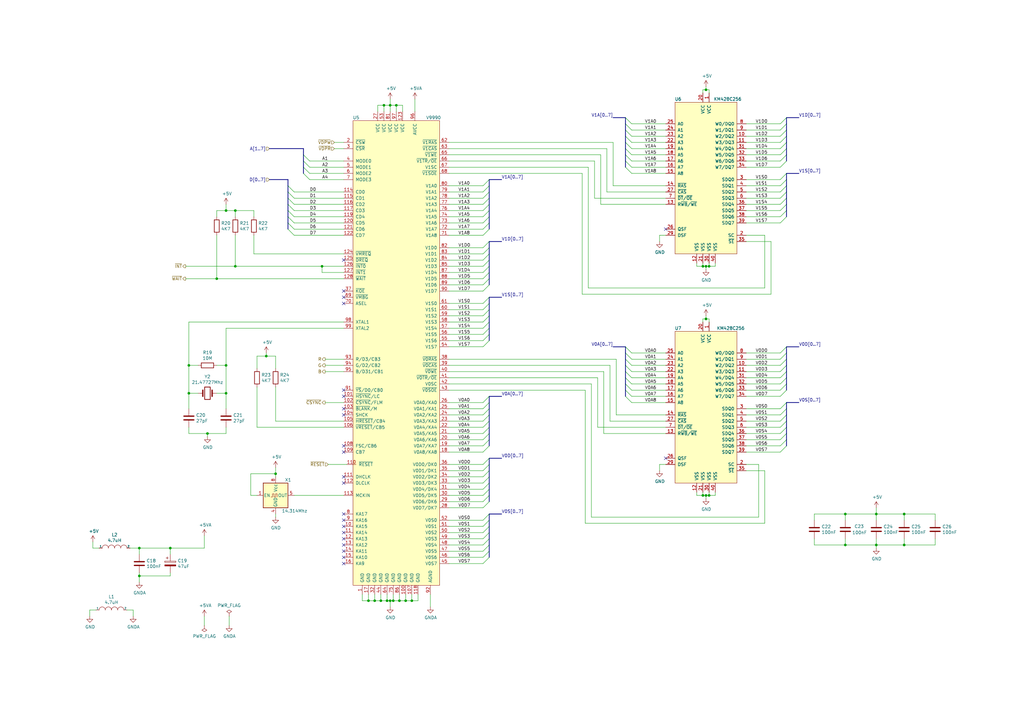
<source format=kicad_sch>
(kicad_sch (version 20231120) (generator "eeschema") (generator_version "8.0")
  (paper "A3")
  (junction (at 289.56 203.2))
  (junction (at 156.21 246.38))
  (junction (at 69.85 224.79))
  (junction (at 168.91 246.38))
  (junction (at 96.52 86.36))
  (junction (at 370.84 210.82))
  (junction (at 153.67 246.38))
  (junction (at 88.9 114.3))
  (junction (at 92.71 149.86))
  (junction (at 77.47 149.86))
  (junction (at 289.56 109.22))
  (junction (at 85.09 177.8))
  (junction (at 346.71 210.82))
  (junction (at 151.13 246.38))
  (junction (at 288.29 203.2))
  (junction (at 92.71 86.36))
  (junction (at 161.29 246.38))
  (junction (at 158.75 246.38))
  (junction (at 77.47 161.29))
  (junction (at 157.48 43.18))
  (junction (at 290.83 203.2))
  (junction (at 96.52 109.22))
  (junction (at 160.02 246.38))
  (junction (at 92.71 161.29))
  (junction (at 359.41 223.52))
  (junction (at 289.56 36.83))
  (junction (at 166.37 246.38))
  (junction (at 57.15 236.22))
  (junction (at 288.29 109.22))
  (junction (at 57.15 224.79))
  (junction (at 113.03 194.31))
  (junction (at 346.71 223.52))
  (junction (at 359.41 210.82))
  (junction (at 370.84 223.52))
  (junction (at 290.83 109.22))
  (junction (at 289.56 130.81))
  (junction (at 109.22 146.05))
  (junction (at 163.83 246.38))
  (junction (at 160.02 43.18))
  (junction (at 162.56 43.18))
  (junction (at 132.08 109.22))
  (no_connect (at 140.97 231.14))
  (no_connect (at 140.97 119.38))
  (no_connect (at 140.97 182.88))
  (no_connect (at 140.97 185.42))
  (no_connect (at 140.97 215.9))
  (no_connect (at 273.05 93.98))
  (no_connect (at 140.97 198.12))
  (no_connect (at 140.97 167.64))
  (no_connect (at 273.05 187.96))
  (no_connect (at 140.97 213.36))
  (no_connect (at 140.97 223.52))
  (no_connect (at 140.97 121.92))
  (no_connect (at 140.97 226.06))
  (no_connect (at 140.97 210.82))
  (no_connect (at 140.97 160.02))
  (no_connect (at 140.97 124.46))
  (no_connect (at 140.97 220.98))
  (no_connect (at 140.97 218.44))
  (no_connect (at 140.97 162.56))
  (no_connect (at 140.97 170.18))
  (no_connect (at 140.97 195.58))
  (no_connect (at 140.97 228.6))
  (no_connect (at 140.97 106.68))
  (bus_entry (at 322.58 83.82) (size -2.54 2.54))
  (bus_entry (at 200.66 187.96) (size -2.54 2.54))
  (bus_entry (at 200.66 106.68) (size -2.54 2.54))
  (bus_entry (at 322.58 177.8) (size -2.54 2.54))
  (bus_entry (at 200.66 132.08) (size -2.54 2.54))
  (bus_entry (at 322.58 66.04) (size -2.54 2.54))
  (bus_entry (at 322.58 154.94) (size -2.54 2.54))
  (bus_entry (at 322.58 73.66) (size -2.54 2.54))
  (bus_entry (at 322.58 60.96) (size -2.54 2.54))
  (bus_entry (at 322.58 180.34) (size -2.54 2.54))
  (bus_entry (at 200.66 180.34) (size -2.54 2.54))
  (bus_entry (at 256.54 55.88) (size 2.54 2.54))
  (bus_entry (at 200.66 114.3) (size -2.54 2.54))
  (bus_entry (at 322.58 50.8) (size -2.54 2.54))
  (bus_entry (at 200.66 205.74) (size -2.54 2.54))
  (bus_entry (at 256.54 48.26) (size 2.54 2.54))
  (bus_entry (at 256.54 162.56) (size 2.54 2.54))
  (bus_entry (at 200.66 195.58) (size -2.54 2.54))
  (bus_entry (at 200.66 121.92) (size -2.54 2.54))
  (bus_entry (at 200.66 109.22) (size -2.54 2.54))
  (bus_entry (at 256.54 154.94) (size 2.54 2.54))
  (bus_entry (at 256.54 60.96) (size 2.54 2.54))
  (bus_entry (at 124.46 63.5) (size 2.54 2.54))
  (bus_entry (at 200.66 93.98) (size -2.54 2.54))
  (bus_entry (at 200.66 78.74) (size -2.54 2.54))
  (bus_entry (at 200.66 218.44) (size -2.54 2.54))
  (bus_entry (at 200.66 137.16) (size -2.54 2.54))
  (bus_entry (at 200.66 177.8) (size -2.54 2.54))
  (bus_entry (at 200.66 88.9) (size -2.54 2.54))
  (bus_entry (at 256.54 147.32) (size 2.54 2.54))
  (bus_entry (at 118.11 93.98) (size 2.54 2.54))
  (bus_entry (at 118.11 81.28) (size 2.54 2.54))
  (bus_entry (at 200.66 170.18) (size -2.54 2.54))
  (bus_entry (at 200.66 203.2) (size -2.54 2.54))
  (bus_entry (at 256.54 142.24) (size 2.54 2.54))
  (bus_entry (at 118.11 88.9) (size 2.54 2.54))
  (bus_entry (at 322.58 149.86) (size -2.54 2.54))
  (bus_entry (at 124.46 66.04) (size 2.54 2.54))
  (bus_entry (at 322.58 53.34) (size -2.54 2.54))
  (bus_entry (at 200.66 228.6) (size -2.54 2.54))
  (bus_entry (at 322.58 182.88) (size -2.54 2.54))
  (bus_entry (at 200.66 83.82) (size -2.54 2.54))
  (bus_entry (at 200.66 86.36) (size -2.54 2.54))
  (bus_entry (at 322.58 142.24) (size -2.54 2.54))
  (bus_entry (at 200.66 139.7) (size -2.54 2.54))
  (bus_entry (at 256.54 157.48) (size 2.54 2.54))
  (bus_entry (at 322.58 157.48) (size -2.54 2.54))
  (bus_entry (at 124.46 68.58) (size 2.54 2.54))
  (bus_entry (at 200.66 210.82) (size -2.54 2.54))
  (bus_entry (at 118.11 78.74) (size 2.54 2.54))
  (bus_entry (at 322.58 76.2) (size -2.54 2.54))
  (bus_entry (at 256.54 152.4) (size 2.54 2.54))
  (bus_entry (at 200.66 167.64) (size -2.54 2.54))
  (bus_entry (at 200.66 104.14) (size -2.54 2.54))
  (bus_entry (at 322.58 175.26) (size -2.54 2.54))
  (bus_entry (at 200.66 73.66) (size -2.54 2.54))
  (bus_entry (at 256.54 58.42) (size 2.54 2.54))
  (bus_entry (at 256.54 63.5) (size 2.54 2.54))
  (bus_entry (at 256.54 68.58) (size 2.54 2.54))
  (bus_entry (at 200.66 162.56) (size -2.54 2.54))
  (bus_entry (at 200.66 190.5) (size -2.54 2.54))
  (bus_entry (at 322.58 48.26) (size -2.54 2.54))
  (bus_entry (at 200.66 91.44) (size -2.54 2.54))
  (bus_entry (at 200.66 101.6) (size -2.54 2.54))
  (bus_entry (at 200.66 76.2) (size -2.54 2.54))
  (bus_entry (at 200.66 124.46) (size -2.54 2.54))
  (bus_entry (at 322.58 170.18) (size -2.54 2.54))
  (bus_entry (at 200.66 175.26) (size -2.54 2.54))
  (bus_entry (at 200.66 172.72) (size -2.54 2.54))
  (bus_entry (at 124.46 71.12) (size 2.54 2.54))
  (bus_entry (at 322.58 58.42) (size -2.54 2.54))
  (bus_entry (at 200.66 165.1) (size -2.54 2.54))
  (bus_entry (at 256.54 144.78) (size 2.54 2.54))
  (bus_entry (at 200.66 182.88) (size -2.54 2.54))
  (bus_entry (at 256.54 50.8) (size 2.54 2.54))
  (bus_entry (at 322.58 55.88) (size -2.54 2.54))
  (bus_entry (at 322.58 172.72) (size -2.54 2.54))
  (bus_entry (at 200.66 220.98) (size -2.54 2.54))
  (bus_entry (at 200.66 223.52) (size -2.54 2.54))
  (bus_entry (at 200.66 129.54) (size -2.54 2.54))
  (bus_entry (at 200.66 116.84) (size -2.54 2.54))
  (bus_entry (at 200.66 200.66) (size -2.54 2.54))
  (bus_entry (at 322.58 86.36) (size -2.54 2.54))
  (bus_entry (at 322.58 81.28) (size -2.54 2.54))
  (bus_entry (at 118.11 76.2) (size 2.54 2.54))
  (bus_entry (at 118.11 86.36) (size 2.54 2.54))
  (bus_entry (at 322.58 165.1) (size -2.54 2.54))
  (bus_entry (at 200.66 134.62) (size -2.54 2.54))
  (bus_entry (at 200.66 111.76) (size -2.54 2.54))
  (bus_entry (at 256.54 149.86) (size 2.54 2.54))
  (bus_entry (at 322.58 88.9) (size -2.54 2.54))
  (bus_entry (at 322.58 167.64) (size -2.54 2.54))
  (bus_entry (at 256.54 66.04) (size 2.54 2.54))
  (bus_entry (at 200.66 215.9) (size -2.54 2.54))
  (bus_entry (at 200.66 193.04) (size -2.54 2.54))
  (bus_entry (at 200.66 226.06) (size -2.54 2.54))
  (bus_entry (at 200.66 198.12) (size -2.54 2.54))
  (bus_entry (at 118.11 83.82) (size 2.54 2.54))
  (bus_entry (at 118.11 91.44) (size 2.54 2.54))
  (bus_entry (at 256.54 160.02) (size 2.54 2.54))
  (bus_entry (at 322.58 152.4) (size -2.54 2.54))
  (bus_entry (at 322.58 71.12) (size -2.54 2.54))
  (bus_entry (at 200.66 99.06) (size -2.54 2.54))
  (bus_entry (at 322.58 144.78) (size -2.54 2.54))
  (bus_entry (at 322.58 160.02) (size -2.54 2.54))
  (bus_entry (at 322.58 63.5) (size -2.54 2.54))
  (bus_entry (at 322.58 147.32) (size -2.54 2.54))
  (bus_entry (at 200.66 127) (size -2.54 2.54))
  (bus_entry (at 200.66 213.36) (size -2.54 2.54))
  (bus_entry (at 200.66 81.28) (size -2.54 2.54))
  (bus_entry (at 256.54 53.34) (size 2.54 2.54))
  (bus_entry (at 322.58 78.74) (size -2.54 2.54))
  (wire (pts (xy 92.71 149.86) (xy 92.71 161.29)))
  (wire (pts (xy 290.83 107.95) (xy 290.83 109.22)))
  (bus (pts (xy 124.46 63.5) (xy 124.46 66.04)))
  (bus (pts (xy 200.66 223.52) (xy 200.66 226.06)))
  (wire (pts (xy 77.47 161.29) (xy 77.47 167.64)))
  (wire (pts (xy 77.47 177.8) (xy 85.09 177.8)))
  (wire (pts (xy 57.15 224.79) (xy 57.15 227.33)))
  (wire (pts (xy 290.83 130.81) (xy 290.83 132.08)))
  (wire (pts (xy 88.9 149.86) (xy 92.71 149.86)))
  (wire (pts (xy 140.97 93.98) (xy 120.65 93.98)))
  (wire (pts (xy 246.38 83.82) (xy 273.05 83.82)))
  (wire (pts (xy 92.71 83.82) (xy 92.71 86.36)))
  (bus (pts (xy 322.58 142.24) (xy 322.58 144.78)))
  (bus (pts (xy 256.54 48.26) (xy 251.46 48.26)))
  (bus (pts (xy 256.54 66.04) (xy 256.54 68.58)))
  (wire (pts (xy 320.04 175.26) (xy 306.07 175.26)))
  (wire (pts (xy 198.12 83.82) (xy 184.15 83.82)))
  (wire (pts (xy 102.87 194.31) (xy 113.03 194.31)))
  (wire (pts (xy 198.12 104.14) (xy 184.15 104.14)))
  (wire (pts (xy 113.03 191.77) (xy 113.03 194.31)))
  (bus (pts (xy 322.58 172.72) (xy 322.58 175.26)))
  (wire (pts (xy 151.13 246.38) (xy 148.59 246.38)))
  (wire (pts (xy 370.84 223.52) (xy 383.54 223.52)))
  (wire (pts (xy 259.08 152.4) (xy 273.05 152.4)))
  (wire (pts (xy 259.08 55.88) (xy 273.05 55.88)))
  (wire (pts (xy 242.57 157.48) (xy 242.57 212.09)))
  (wire (pts (xy 96.52 86.36) (xy 96.52 88.9)))
  (bus (pts (xy 322.58 58.42) (xy 322.58 60.96)))
  (wire (pts (xy 198.12 137.16) (xy 184.15 137.16)))
  (wire (pts (xy 198.12 124.46) (xy 184.15 124.46)))
  (wire (pts (xy 77.47 175.26) (xy 77.47 177.8)))
  (bus (pts (xy 200.66 88.9) (xy 200.66 91.44)))
  (wire (pts (xy 140.97 73.66) (xy 127 73.66)))
  (wire (pts (xy 77.47 149.86) (xy 77.47 132.08)))
  (wire (pts (xy 157.48 45.72) (xy 157.48 43.18)))
  (wire (pts (xy 198.12 180.34) (xy 184.15 180.34)))
  (wire (pts (xy 184.15 154.94) (xy 245.11 154.94)))
  (wire (pts (xy 198.12 81.28) (xy 184.15 81.28)))
  (wire (pts (xy 288.29 107.95) (xy 288.29 109.22)))
  (wire (pts (xy 198.12 127) (xy 184.15 127)))
  (wire (pts (xy 133.35 149.86) (xy 140.97 149.86)))
  (wire (pts (xy 198.12 76.2) (xy 184.15 76.2)))
  (bus (pts (xy 200.66 170.18) (xy 200.66 172.72)))
  (wire (pts (xy 259.08 60.96) (xy 273.05 60.96)))
  (bus (pts (xy 200.66 215.9) (xy 200.66 218.44)))
  (wire (pts (xy 96.52 86.36) (xy 92.71 86.36)))
  (bus (pts (xy 118.11 73.66) (xy 110.49 73.66)))
  (wire (pts (xy 140.97 147.32) (xy 133.35 147.32)))
  (wire (pts (xy 243.84 81.28) (xy 273.05 81.28)))
  (wire (pts (xy 270.51 96.52) (xy 270.51 99.06)))
  (bus (pts (xy 118.11 83.82) (xy 118.11 86.36)))
  (bus (pts (xy 124.46 68.58) (xy 124.46 71.12)))
  (wire (pts (xy 311.15 212.09) (xy 311.15 190.5)))
  (wire (pts (xy 320.04 78.74) (xy 306.07 78.74)))
  (wire (pts (xy 359.41 224.79) (xy 359.41 223.52)))
  (wire (pts (xy 320.04 149.86) (xy 306.07 149.86)))
  (bus (pts (xy 200.66 129.54) (xy 200.66 132.08)))
  (wire (pts (xy 168.91 246.38) (xy 166.37 246.38)))
  (wire (pts (xy 104.14 86.36) (xy 96.52 86.36)))
  (bus (pts (xy 200.66 101.6) (xy 200.66 104.14)))
  (wire (pts (xy 36.83 250.19) (xy 36.83 252.73)))
  (bus (pts (xy 322.58 53.34) (xy 322.58 55.88)))
  (wire (pts (xy 198.12 190.5) (xy 184.15 190.5)))
  (bus (pts (xy 118.11 86.36) (xy 118.11 88.9)))
  (wire (pts (xy 198.12 132.08) (xy 184.15 132.08)))
  (bus (pts (xy 200.66 99.06) (xy 205.74 99.06)))
  (wire (pts (xy 247.65 152.4) (xy 247.65 177.8)))
  (wire (pts (xy 104.14 88.9) (xy 104.14 86.36)))
  (wire (pts (xy 320.04 177.8) (xy 306.07 177.8)))
  (wire (pts (xy 198.12 165.1) (xy 184.15 165.1)))
  (bus (pts (xy 322.58 60.96) (xy 322.58 63.5)))
  (wire (pts (xy 334.01 210.82) (xy 346.71 210.82)))
  (wire (pts (xy 198.12 213.36) (xy 184.15 213.36)))
  (wire (pts (xy 346.71 223.52) (xy 359.41 223.52)))
  (wire (pts (xy 311.15 190.5) (xy 306.07 190.5)))
  (wire (pts (xy 154.94 43.18) (xy 154.94 45.72)))
  (wire (pts (xy 198.12 182.88) (xy 184.15 182.88)))
  (bus (pts (xy 200.66 195.58) (xy 200.66 198.12)))
  (wire (pts (xy 288.29 109.22) (xy 289.56 109.22)))
  (wire (pts (xy 198.12 119.38) (xy 184.15 119.38)))
  (wire (pts (xy 198.12 175.26) (xy 184.15 175.26)))
  (wire (pts (xy 346.71 210.82) (xy 359.41 210.82)))
  (wire (pts (xy 132.08 109.22) (xy 132.08 111.76)))
  (bus (pts (xy 256.54 160.02) (xy 256.54 162.56)))
  (wire (pts (xy 184.15 66.04) (xy 243.84 66.04)))
  (bus (pts (xy 322.58 81.28) (xy 322.58 83.82)))
  (bus (pts (xy 200.66 99.06) (xy 200.66 101.6)))
  (wire (pts (xy 383.54 213.36) (xy 383.54 210.82)))
  (wire (pts (xy 69.85 224.79) (xy 83.82 224.79)))
  (wire (pts (xy 140.97 134.62) (xy 92.71 134.62)))
  (wire (pts (xy 251.46 76.2) (xy 273.05 76.2)))
  (wire (pts (xy 105.41 175.26) (xy 105.41 158.75)))
  (bus (pts (xy 200.66 78.74) (xy 200.66 81.28)))
  (bus (pts (xy 200.66 193.04) (xy 200.66 195.58)))
  (wire (pts (xy 320.04 154.94) (xy 306.07 154.94)))
  (wire (pts (xy 140.97 58.42) (xy 137.16 58.42)))
  (wire (pts (xy 240.03 214.63) (xy 313.69 214.63)))
  (bus (pts (xy 322.58 175.26) (xy 322.58 177.8)))
  (wire (pts (xy 104.14 104.14) (xy 104.14 96.52)))
  (bus (pts (xy 200.66 203.2) (xy 200.66 205.74)))
  (wire (pts (xy 285.75 109.22) (xy 288.29 109.22)))
  (bus (pts (xy 200.66 137.16) (xy 200.66 139.7)))
  (bus (pts (xy 200.66 109.22) (xy 200.66 111.76)))
  (wire (pts (xy 259.08 71.12) (xy 273.05 71.12)))
  (wire (pts (xy 313.69 193.04) (xy 306.07 193.04)))
  (wire (pts (xy 198.12 101.6) (xy 184.15 101.6)))
  (wire (pts (xy 88.9 161.29) (xy 92.71 161.29)))
  (bus (pts (xy 322.58 73.66) (xy 322.58 76.2)))
  (bus (pts (xy 200.66 187.96) (xy 205.74 187.96)))
  (wire (pts (xy 383.54 223.52) (xy 383.54 220.98)))
  (bus (pts (xy 200.66 162.56) (xy 200.66 165.1)))
  (wire (pts (xy 153.67 246.38) (xy 151.13 246.38)))
  (bus (pts (xy 322.58 63.5) (xy 322.58 66.04)))
  (bus (pts (xy 322.58 86.36) (xy 322.58 88.9)))
  (wire (pts (xy 92.71 86.36) (xy 88.9 86.36)))
  (wire (pts (xy 140.97 86.36) (xy 120.65 86.36)))
  (wire (pts (xy 38.1 222.25) (xy 38.1 224.79)))
  (bus (pts (xy 322.58 50.8) (xy 322.58 53.34)))
  (wire (pts (xy 140.97 104.14) (xy 104.14 104.14)))
  (wire (pts (xy 170.18 40.64) (xy 170.18 45.72)))
  (wire (pts (xy 346.71 213.36) (xy 346.71 210.82)))
  (wire (pts (xy 88.9 114.3) (xy 140.97 114.3)))
  (wire (pts (xy 198.12 226.06) (xy 184.15 226.06)))
  (wire (pts (xy 370.84 210.82) (xy 370.84 213.36)))
  (wire (pts (xy 109.22 146.05) (xy 105.41 146.05)))
  (bus (pts (xy 322.58 147.32) (xy 322.58 149.86)))
  (wire (pts (xy 252.73 170.18) (xy 273.05 170.18)))
  (wire (pts (xy 198.12 88.9) (xy 184.15 88.9)))
  (wire (pts (xy 140.97 152.4) (xy 133.35 152.4)))
  (bus (pts (xy 256.54 60.96) (xy 256.54 63.5)))
  (bus (pts (xy 256.54 63.5) (xy 256.54 66.04)))
  (bus (pts (xy 118.11 81.28) (xy 118.11 83.82)))
  (wire (pts (xy 316.23 99.06) (xy 306.07 99.06)))
  (bus (pts (xy 118.11 91.44) (xy 118.11 93.98)))
  (bus (pts (xy 200.66 218.44) (xy 200.66 220.98)))
  (wire (pts (xy 134.62 190.5) (xy 142.24 190.5)))
  (wire (pts (xy 156.21 246.38) (xy 153.67 246.38)))
  (wire (pts (xy 198.12 167.64) (xy 184.15 167.64)))
  (bus (pts (xy 322.58 71.12) (xy 327.66 71.12)))
  (wire (pts (xy 320.04 185.42) (xy 306.07 185.42)))
  (wire (pts (xy 241.3 68.58) (xy 241.3 118.11)))
  (wire (pts (xy 313.69 96.52) (xy 306.07 96.52)))
  (wire (pts (xy 238.76 120.65) (xy 316.23 120.65)))
  (wire (pts (xy 288.29 132.08) (xy 288.29 130.81)))
  (wire (pts (xy 158.75 243.84) (xy 158.75 246.38)))
  (wire (pts (xy 313.69 118.11) (xy 313.69 96.52)))
  (bus (pts (xy 256.54 142.24) (xy 251.46 142.24)))
  (wire (pts (xy 259.08 157.48) (xy 273.05 157.48)))
  (wire (pts (xy 246.38 63.5) (xy 246.38 83.82)))
  (wire (pts (xy 198.12 208.28) (xy 184.15 208.28)))
  (wire (pts (xy 57.15 236.22) (xy 69.85 236.22)))
  (wire (pts (xy 290.83 109.22) (xy 293.37 109.22)))
  (wire (pts (xy 198.12 106.68) (xy 184.15 106.68)))
  (bus (pts (xy 200.66 210.82) (xy 205.74 210.82)))
  (bus (pts (xy 256.54 154.94) (xy 256.54 157.48)))
  (wire (pts (xy 162.56 43.18) (xy 160.02 43.18)))
  (bus (pts (xy 200.66 73.66) (xy 205.74 73.66)))
  (wire (pts (xy 198.12 142.24) (xy 184.15 142.24)))
  (wire (pts (xy 184.15 149.86) (xy 250.19 149.86)))
  (wire (pts (xy 140.97 109.22) (xy 132.08 109.22)))
  (wire (pts (xy 113.03 172.72) (xy 113.03 158.75)))
  (wire (pts (xy 198.12 86.36) (xy 184.15 86.36)))
  (wire (pts (xy 92.71 177.8) (xy 92.71 175.26)))
  (wire (pts (xy 259.08 154.94) (xy 273.05 154.94)))
  (wire (pts (xy 166.37 243.84) (xy 166.37 246.38)))
  (wire (pts (xy 320.04 60.96) (xy 306.07 60.96)))
  (wire (pts (xy 320.04 50.8) (xy 306.07 50.8)))
  (wire (pts (xy 359.41 223.52) (xy 370.84 223.52)))
  (wire (pts (xy 290.83 36.83) (xy 290.83 38.1)))
  (wire (pts (xy 273.05 78.74) (xy 248.92 78.74)))
  (bus (pts (xy 322.58 154.94) (xy 322.58 157.48)))
  (wire (pts (xy 140.97 78.74) (xy 120.65 78.74)))
  (wire (pts (xy 198.12 218.44) (xy 184.15 218.44)))
  (bus (pts (xy 322.58 177.8) (xy 322.58 180.34)))
  (wire (pts (xy 293.37 203.2) (xy 293.37 201.93)))
  (wire (pts (xy 57.15 234.95) (xy 57.15 236.22)))
  (wire (pts (xy 38.1 224.79) (xy 40.64 224.79)))
  (bus (pts (xy 200.66 172.72) (xy 200.66 175.26)))
  (bus (pts (xy 118.11 76.2) (xy 118.11 78.74)))
  (bus (pts (xy 118.11 73.66) (xy 118.11 76.2)))
  (wire (pts (xy 198.12 78.74) (xy 184.15 78.74)))
  (wire (pts (xy 158.75 246.38) (xy 156.21 246.38)))
  (bus (pts (xy 322.58 170.18) (xy 322.58 172.72)))
  (wire (pts (xy 320.04 91.44) (xy 306.07 91.44)))
  (wire (pts (xy 148.59 246.38) (xy 148.59 243.84)))
  (wire (pts (xy 259.08 53.34) (xy 273.05 53.34)))
  (bus (pts (xy 118.11 78.74) (xy 118.11 81.28)))
  (wire (pts (xy 120.65 203.2) (xy 140.97 203.2)))
  (wire (pts (xy 198.12 185.42) (xy 184.15 185.42)))
  (wire (pts (xy 57.15 224.79) (xy 69.85 224.79)))
  (bus (pts (xy 322.58 180.34) (xy 322.58 182.88)))
  (bus (pts (xy 256.54 53.34) (xy 256.54 55.88)))
  (wire (pts (xy 140.97 68.58) (xy 127 68.58)))
  (wire (pts (xy 184.15 152.4) (xy 247.65 152.4)))
  (wire (pts (xy 198.12 231.14) (xy 184.15 231.14)))
  (wire (pts (xy 198.12 109.22) (xy 184.15 109.22)))
  (wire (pts (xy 140.97 88.9) (xy 120.65 88.9)))
  (wire (pts (xy 113.03 194.31) (xy 113.03 195.58)))
  (wire (pts (xy 92.71 134.62) (xy 92.71 149.86)))
  (wire (pts (xy 81.28 161.29) (xy 77.47 161.29)))
  (wire (pts (xy 198.12 139.7) (xy 184.15 139.7)))
  (wire (pts (xy 251.46 58.42) (xy 251.46 76.2)))
  (bus (pts (xy 256.54 48.26) (xy 256.54 50.8)))
  (wire (pts (xy 320.04 172.72) (xy 306.07 172.72)))
  (wire (pts (xy 184.15 157.48) (xy 242.57 157.48)))
  (wire (pts (xy 69.85 227.33) (xy 69.85 224.79)))
  (wire (pts (xy 198.12 215.9) (xy 184.15 215.9)))
  (wire (pts (xy 198.12 220.98) (xy 184.15 220.98)))
  (wire (pts (xy 132.08 109.22) (xy 96.52 109.22)))
  (wire (pts (xy 316.23 120.65) (xy 316.23 99.06)))
  (wire (pts (xy 320.04 147.32) (xy 306.07 147.32)))
  (wire (pts (xy 238.76 71.12) (xy 238.76 120.65)))
  (wire (pts (xy 289.56 110.49) (xy 289.56 109.22)))
  (wire (pts (xy 140.97 96.52) (xy 120.65 96.52)))
  (bus (pts (xy 256.54 152.4) (xy 256.54 154.94)))
  (wire (pts (xy 320.04 167.64) (xy 306.07 167.64)))
  (wire (pts (xy 198.12 177.8) (xy 184.15 177.8)))
  (bus (pts (xy 124.46 66.04) (xy 124.46 68.58)))
  (bus (pts (xy 322.58 165.1) (xy 327.66 165.1)))
  (wire (pts (xy 85.09 179.07) (xy 85.09 177.8)))
  (wire (pts (xy 81.28 149.86) (xy 77.47 149.86)))
  (bus (pts (xy 200.66 91.44) (xy 200.66 93.98)))
  (wire (pts (xy 320.04 152.4) (xy 306.07 152.4)))
  (wire (pts (xy 153.67 243.84) (xy 153.67 246.38)))
  (bus (pts (xy 256.54 58.42) (xy 256.54 60.96)))
  (wire (pts (xy 198.12 129.54) (xy 184.15 129.54)))
  (wire (pts (xy 320.04 180.34) (xy 306.07 180.34)))
  (wire (pts (xy 259.08 63.5) (xy 273.05 63.5)))
  (bus (pts (xy 200.66 200.66) (xy 200.66 203.2)))
  (wire (pts (xy 288.29 36.83) (xy 289.56 36.83)))
  (wire (pts (xy 198.12 111.76) (xy 184.15 111.76)))
  (bus (pts (xy 322.58 48.26) (xy 327.66 48.26)))
  (wire (pts (xy 289.56 35.56) (xy 289.56 36.83)))
  (bus (pts (xy 256.54 55.88) (xy 256.54 58.42)))
  (wire (pts (xy 320.04 55.88) (xy 306.07 55.88)))
  (wire (pts (xy 105.41 146.05) (xy 105.41 151.13)))
  (wire (pts (xy 140.97 172.72) (xy 113.03 172.72)))
  (wire (pts (xy 247.65 177.8) (xy 273.05 177.8)))
  (wire (pts (xy 320.04 53.34) (xy 306.07 53.34)))
  (wire (pts (xy 184.15 147.32) (xy 252.73 147.32)))
  (wire (pts (xy 359.41 213.36) (xy 359.41 210.82)))
  (bus (pts (xy 256.54 50.8) (xy 256.54 53.34)))
  (bus (pts (xy 200.66 104.14) (xy 200.66 106.68)))
  (bus (pts (xy 200.66 187.96) (xy 200.66 190.5)))
  (bus (pts (xy 200.66 165.1) (xy 200.66 167.64)))
  (wire (pts (xy 166.37 246.38) (xy 163.83 246.38)))
  (bus (pts (xy 322.58 76.2) (xy 322.58 78.74)))
  (wire (pts (xy 96.52 109.22) (xy 96.52 96.52)))
  (wire (pts (xy 184.15 68.58) (xy 241.3 68.58)))
  (wire (pts (xy 289.56 129.54) (xy 289.56 130.81)))
  (wire (pts (xy 165.1 43.18) (xy 162.56 43.18)))
  (bus (pts (xy 124.46 60.96) (xy 110.49 60.96)))
  (wire (pts (xy 370.84 210.82) (xy 383.54 210.82)))
  (wire (pts (xy 162.56 45.72) (xy 162.56 43.18)))
  (wire (pts (xy 259.08 165.1) (xy 273.05 165.1)))
  (bus (pts (xy 200.66 190.5) (xy 200.66 193.04)))
  (wire (pts (xy 151.13 243.84) (xy 151.13 246.38)))
  (bus (pts (xy 322.58 167.64) (xy 322.58 170.18)))
  (bus (pts (xy 200.66 134.62) (xy 200.66 137.16)))
  (bus (pts (xy 200.66 127) (xy 200.66 129.54)))
  (wire (pts (xy 140.97 66.04) (xy 127 66.04)))
  (wire (pts (xy 289.56 203.2) (xy 290.83 203.2)))
  (bus (pts (xy 322.58 55.88) (xy 322.58 58.42)))
  (bus (pts (xy 322.58 78.74) (xy 322.58 81.28)))
  (wire (pts (xy 259.08 162.56) (xy 273.05 162.56)))
  (wire (pts (xy 320.04 170.18) (xy 306.07 170.18)))
  (bus (pts (xy 200.66 121.92) (xy 200.66 124.46)))
  (bus (pts (xy 200.66 124.46) (xy 200.66 127)))
  (bus (pts (xy 200.66 220.98) (xy 200.66 223.52)))
  (bus (pts (xy 200.66 73.66) (xy 200.66 76.2)))
  (wire (pts (xy 245.11 175.26) (xy 273.05 175.26)))
  (wire (pts (xy 105.41 203.2) (xy 102.87 203.2)))
  (bus (pts (xy 200.66 114.3) (xy 200.66 116.84)))
  (wire (pts (xy 248.92 60.96) (xy 184.15 60.96)))
  (wire (pts (xy 259.08 160.02) (xy 273.05 160.02)))
  (wire (pts (xy 198.12 96.52) (xy 184.15 96.52)))
  (bus (pts (xy 256.54 144.78) (xy 256.54 147.32)))
  (wire (pts (xy 198.12 116.84) (xy 184.15 116.84)))
  (bus (pts (xy 200.66 213.36) (xy 200.66 215.9)))
  (wire (pts (xy 57.15 236.22) (xy 57.15 238.76)))
  (wire (pts (xy 359.41 210.82) (xy 370.84 210.82)))
  (wire (pts (xy 156.21 243.84) (xy 156.21 246.38)))
  (wire (pts (xy 140.97 91.44) (xy 120.65 91.44)))
  (wire (pts (xy 165.1 45.72) (xy 165.1 43.18)))
  (wire (pts (xy 289.56 204.47) (xy 289.56 203.2)))
  (wire (pts (xy 163.83 243.84) (xy 163.83 246.38)))
  (wire (pts (xy 320.04 144.78) (xy 306.07 144.78)))
  (wire (pts (xy 259.08 144.78) (xy 273.05 144.78)))
  (wire (pts (xy 359.41 220.98) (xy 359.41 223.52)))
  (bus (pts (xy 200.66 167.64) (xy 200.66 170.18)))
  (wire (pts (xy 320.04 88.9) (xy 306.07 88.9)))
  (wire (pts (xy 273.05 190.5) (xy 270.51 190.5)))
  (wire (pts (xy 198.12 203.2) (xy 184.15 203.2)))
  (wire (pts (xy 241.3 118.11) (xy 313.69 118.11)))
  (wire (pts (xy 85.09 177.8) (xy 92.71 177.8)))
  (bus (pts (xy 200.66 162.56) (xy 205.74 162.56)))
  (wire (pts (xy 113.03 146.05) (xy 109.22 146.05)))
  (wire (pts (xy 184.15 160.02) (xy 240.03 160.02)))
  (wire (pts (xy 334.01 223.52) (xy 346.71 223.52)))
  (wire (pts (xy 184.15 71.12) (xy 238.76 71.12)))
  (bus (pts (xy 124.46 60.96) (xy 124.46 63.5)))
  (wire (pts (xy 161.29 243.84) (xy 161.29 246.38)))
  (wire (pts (xy 154.94 43.18) (xy 157.48 43.18)))
  (wire (pts (xy 77.47 132.08) (xy 140.97 132.08)))
  (wire (pts (xy 113.03 146.05) (xy 113.03 151.13)))
  (wire (pts (xy 39.37 250.19) (xy 36.83 250.19)))
  (wire (pts (xy 198.12 91.44) (xy 184.15 91.44)))
  (wire (pts (xy 288.29 201.93) (xy 288.29 203.2)))
  (wire (pts (xy 288.29 203.2) (xy 289.56 203.2)))
  (wire (pts (xy 198.12 114.3) (xy 184.15 114.3)))
  (wire (pts (xy 160.02 248.92) (xy 160.02 246.38)))
  (wire (pts (xy 240.03 160.02) (xy 240.03 214.63)))
  (wire (pts (xy 290.83 203.2) (xy 290.83 201.93)))
  (bus (pts (xy 322.58 48.26) (xy 322.58 50.8)))
  (wire (pts (xy 198.12 195.58) (xy 184.15 195.58)))
  (bus (pts (xy 200.66 111.76) (xy 200.66 114.3)))
  (wire (pts (xy 252.73 147.32) (xy 252.73 170.18)))
  (wire (pts (xy 54.61 250.19) (xy 52.07 250.19)))
  (bus (pts (xy 200.66 83.82) (xy 200.66 86.36)))
  (wire (pts (xy 160.02 43.18) (xy 160.02 40.64)))
  (wire (pts (xy 133.35 165.1) (xy 140.97 165.1)))
  (bus (pts (xy 118.11 88.9) (xy 118.11 91.44)))
  (wire (pts (xy 171.45 246.38) (xy 168.91 246.38)))
  (wire (pts (xy 320.04 157.48) (xy 306.07 157.48)))
  (wire (pts (xy 285.75 201.93) (xy 285.75 203.2)))
  (wire (pts (xy 285.75 203.2) (xy 288.29 203.2)))
  (wire (pts (xy 88.9 86.36) (xy 88.9 88.9)))
  (bus (pts (xy 322.58 157.48) (xy 322.58 160.02)))
  (wire (pts (xy 198.12 93.98) (xy 184.15 93.98)))
  (wire (pts (xy 313.69 214.63) (xy 313.69 193.04)))
  (wire (pts (xy 83.82 252.73) (xy 83.82 256.54)))
  (bus (pts (xy 200.66 132.08) (xy 200.66 134.62)))
  (wire (pts (xy 259.08 68.58) (xy 273.05 68.58)))
  (wire (pts (xy 184.15 58.42) (xy 251.46 58.42)))
  (wire (pts (xy 54.61 252.73) (xy 54.61 250.19)))
  (wire (pts (xy 288.29 130.81) (xy 289.56 130.81)))
  (wire (pts (xy 137.16 60.96) (xy 140.97 60.96)))
  (wire (pts (xy 320.04 83.82) (xy 306.07 83.82)))
  (wire (pts (xy 320.04 162.56) (xy 306.07 162.56)))
  (wire (pts (xy 320.04 81.28) (xy 306.07 81.28)))
  (wire (pts (xy 184.15 63.5) (xy 246.38 63.5)))
  (bus (pts (xy 200.66 76.2) (xy 200.66 78.74)))
  (wire (pts (xy 243.84 66.04) (xy 243.84 81.28)))
  (wire (pts (xy 320.04 160.02) (xy 306.07 160.02)))
  (wire (pts (xy 140.97 81.28) (xy 120.65 81.28)))
  (bus (pts (xy 256.54 157.48) (xy 256.54 160.02)))
  (wire (pts (xy 290.83 203.2) (xy 293.37 203.2)))
  (wire (pts (xy 359.41 210.82) (xy 359.41 208.28)))
  (wire (pts (xy 346.71 220.98) (xy 346.71 223.52)))
  (wire (pts (xy 285.75 107.95) (xy 285.75 109.22)))
  (bus (pts (xy 322.58 149.86) (xy 322.58 152.4)))
  (wire (pts (xy 160.02 246.38) (xy 158.75 246.38)))
  (wire (pts (xy 259.08 66.04) (xy 273.05 66.04)))
  (wire (pts (xy 320.04 68.58) (xy 306.07 68.58)))
  (bus (pts (xy 256.54 142.24) (xy 256.54 144.78)))
  (wire (pts (xy 270.51 190.5) (xy 270.51 193.04)))
  (wire (pts (xy 334.01 223.52) (xy 334.01 220.98)))
  (bus (pts (xy 200.66 106.68) (xy 200.66 109.22)))
  (wire (pts (xy 176.53 248.92) (xy 176.53 243.84)))
  (wire (pts (xy 93.98 256.54) (xy 93.98 252.73)))
  (bus (pts (xy 256.54 149.86) (xy 256.54 152.4)))
  (wire (pts (xy 320.04 76.2) (xy 306.07 76.2)))
  (wire (pts (xy 157.48 43.18) (xy 160.02 43.18)))
  (wire (pts (xy 198.12 200.66) (xy 184.15 200.66)))
  (wire (pts (xy 171.45 243.84) (xy 171.45 246.38)))
  (wire (pts (xy 320.04 73.66) (xy 306.07 73.66)))
  (wire (pts (xy 76.2 109.22) (xy 96.52 109.22)))
  (bus (pts (xy 200.66 81.28) (xy 200.66 83.82)))
  (wire (pts (xy 76.2 114.3) (xy 88.9 114.3)))
  (bus (pts (xy 200.66 86.36) (xy 200.66 88.9)))
  (bus (pts (xy 200.66 175.26) (xy 200.66 177.8)))
  (wire (pts (xy 198.12 228.6) (xy 184.15 228.6)))
  (wire (pts (xy 320.04 58.42) (xy 306.07 58.42)))
  (wire (pts (xy 77.47 161.29) (xy 77.47 149.86)))
  (wire (pts (xy 259.08 149.86) (xy 273.05 149.86)))
  (wire (pts (xy 83.82 224.79) (xy 83.82 219.71)))
  (wire (pts (xy 293.37 109.22) (xy 293.37 107.95)))
  (bus (pts (xy 322.58 142.24) (xy 327.66 142.24)))
  (wire (pts (xy 289.56 130.81) (xy 290.83 130.81)))
  (wire (pts (xy 88.9 96.52) (xy 88.9 114.3)))
  (wire (pts (xy 113.03 212.09) (xy 113.03 210.82)))
  (wire (pts (xy 259.08 50.8) (xy 273.05 50.8)))
  (wire (pts (xy 160.02 45.72) (xy 160.02 43.18)))
  (wire (pts (xy 242.57 212.09) (xy 311.15 212.09)))
  (wire (pts (xy 198.12 170.18) (xy 184.15 170.18)))
  (wire (pts (xy 69.85 236.22) (xy 69.85 234.95)))
  (wire (pts (xy 320.04 63.5) (xy 306.07 63.5)))
  (wire (pts (xy 102.87 203.2) (xy 102.87 194.31)))
  (wire (pts (xy 140.97 111.76) (xy 132.08 111.76)))
  (bus (pts (xy 256.54 147.32) (xy 256.54 149.86)))
  (wire (pts (xy 273.05 96.52) (xy 270.51 96.52)))
  (wire (pts (xy 140.97 71.12) (xy 127 71.12)))
  (wire (pts (xy 109.22 144.78) (xy 109.22 146.05)))
  (wire (pts (xy 370.84 223.52) (xy 370.84 220.98)))
  (wire (pts (xy 161.29 246.38) (xy 160.02 246.38)))
  (bus (pts (xy 322.58 165.1) (xy 322.58 167.64)))
  (bus (pts (xy 322.58 83.82) (xy 322.58 86.36)))
  (bus (pts (xy 200.66 198.12) (xy 200.66 200.66)))
  (wire (pts (xy 140.97 83.82) (xy 120.65 83.82)))
  (wire (pts (xy 250.19 149.86) (xy 250.19 172.72)))
  (wire (pts (xy 259.08 58.42) (xy 273.05 58.42)))
  (wire (pts (xy 92.71 161.29) (xy 92.71 167.64)))
  (wire (pts (xy 320.04 86.36) (xy 306.07 86.36)))
  (wire (pts (xy 198.12 134.62) (xy 184.15 134.62)))
  (wire (pts (xy 198.12 193.04) (xy 184.15 193.04)))
  (wire (pts (xy 245.11 154.94) (xy 245.11 175.26)))
  (wire (pts (xy 288.29 38.1) (xy 288.29 36.83)))
  (wire (pts (xy 320.04 66.04) (xy 306.07 66.04)))
  (wire (pts (xy 198.12 172.72) (xy 184.15 172.72)))
  (wire (pts (xy 198.12 205.74) (xy 184.15 205.74)))
  (bus (pts (xy 322.58 152.4) (xy 322.58 154.94)))
  (wire (pts (xy 334.01 210.82) (xy 334.01 213.36)))
  (wire (pts (xy 53.34 224.79) (xy 57.15 224.79)))
  (bus (pts (xy 200.66 121.92) (xy 205.74 121.92)))
  (wire (pts (xy 259.08 147.32) (xy 273.05 147.32)))
  (wire (pts (xy 198.12 223.52) (xy 184.15 223.52)))
  (wire (pts (xy 320.04 182.88) (xy 306.07 182.88)))
  (wire (pts (xy 198.12 198.12) (xy 184.15 198.12)))
  (bus (pts (xy 322.58 144.78) (xy 322.58 147.32)))
  (wire (pts (xy 289.56 36.83) (xy 290.83 36.83)))
  (wire (pts (xy 140.97 175.26) (xy 105.41 175.26)))
  (wire (pts (xy 168.91 243.84) (xy 168.91 246.38)))
  (bus (pts (xy 200.66 210.82) (xy 200.66 213.36)))
  (wire (pts (xy 163.83 246.38) (xy 161.29 246.38)))
  (wire (pts (xy 248.92 78.74) (xy 248.92 60.96)))
  (bus (pts (xy 200.66 226.06) (xy 200.66 228.6)))
  (bus (pts (xy 322.58 71.12) (xy 322.58 73.66)))
  (bus (pts (xy 200.66 180.34) (xy 200.66 182.88)))
  (wire (pts (xy 250.19 172.72) (xy 273.05 172.72)))
  (bus (pts (xy 200.66 177.8) (xy 200.66 180.34)))
  (wire (pts (xy 289.56 109.22) (xy 290.83 109.22)))
  (label "V1S1" (at 309.88 76.2 0))
  (label "V0A3" (at 269.24 152.4 180))
  (label "V1A0" (at 269.24 50.8 180))
  (label "V0S4" (at 309.88 177.8 0))
  (label "V1S7" (at 187.96 142.24 0))
  (label "V1A2" (at 269.24 55.88 180))
  (label "V1S1" (at 187.96 127 0))
  (label "V1S7" (at 309.88 91.44 0))
  (label "V1A7" (at 269.24 68.58 180))
  (label "V1S3" (at 309.88 81.28 0))
  (label "V1S6" (at 187.96 139.7 0))
  (label "V1D0" (at 187.96 101.6 0))
  (label "V0S5" (at 187.96 226.06 0))
  (label "V1A6" (at 187.96 91.44 0))
  (label "V1D3" (at 309.88 58.42 0))
  (label "V1A2" (at 187.96 81.28 0))
  (label "V0D3" (at 309.88 152.4 0))
  (label "V0A8" (at 269.24 165.1 180))
  (label "V1A0" (at 187.96 76.2 0))
  (label "V0S6" (at 309.88 182.88 0))
  (label "V0S0" (at 187.96 213.36 0))
  (label "V0A7" (at 269.24 162.56 180))
  (label "V0S2" (at 309.88 172.72 0))
  (label "V1S5" (at 309.88 86.36 0))
  (label "V1D0" (at 309.88 50.8 0))
  (label "V1A5" (at 269.24 63.5 180))
  (label "V0A[0..7]" (at 205.74 162.56 0))
  (label "V0A2" (at 269.24 149.86 180))
  (label "V1D6" (at 309.88 66.04 0))
  (label "V0A7" (at 187.96 182.88 0))
  (label "V0D1" (at 309.88 147.32 0))
  (label "V1S0" (at 309.88 73.66 0))
  (label "V1A4" (at 187.96 86.36 0))
  (label "V1D[0..7]" (at 205.74 99.06 0))
  (label "V1A[0..7]" (at 205.74 73.66 0))
  (label "V1A7" (at 187.96 93.98 0))
  (label "V0A5" (at 187.96 177.8 0))
  (label "V0A0" (at 269.24 144.78 180))
  (label "A4" (at 132.08 73.66 0))
  (label "V0A6" (at 269.24 160.02 180))
  (label "V0D3" (at 187.96 198.12 0))
  (label "V1S[0..7]" (at 327.66 71.12 0))
  (label "V0A5" (at 269.24 157.48 180))
  (label "V0D0" (at 309.88 144.78 0))
  (label "V1S6" (at 309.88 88.9 0))
  (label "V0D2" (at 309.88 149.86 0))
  (label "V0A1" (at 187.96 167.64 0))
  (label "V0D1" (at 187.96 193.04 0))
  (label "V0A8" (at 187.96 185.42 0))
  (label "V1A[0..7]" (at 251.46 48.26 180))
  (label "V0A3" (at 187.96 172.72 0))
  (label "V1D1" (at 187.96 104.14 0))
  (label "V0S0" (at 309.88 167.64 0))
  (label "D2" (at 127 83.82 0))
  (label "V0A6" (at 187.96 180.34 0))
  (label "V0S6" (at 187.96 228.6 0))
  (label "V1D5" (at 187.96 114.3 0))
  (label "V0S3" (at 309.88 175.26 0))
  (label "D4" (at 127 88.9 0))
  (label "V1S5" (at 187.96 137.16 0))
  (label "V0S1" (at 309.88 170.18 0))
  (label "V0D5" (at 187.96 203.2 0))
  (label "V1S0" (at 187.96 124.46 0))
  (label "V0S[0..7]" (at 205.74 210.82 0))
  (label "V1S2" (at 187.96 129.54 0))
  (label "V1A1" (at 187.96 78.74 0))
  (label "V1A5" (at 187.96 88.9 0))
  (label "V1A3" (at 269.24 58.42 180))
  (label "V0S2" (at 187.96 218.44 0))
  (label "V0A4" (at 269.24 154.94 180))
  (label "V1D1" (at 309.88 53.34 0))
  (label "V1A8" (at 269.24 71.12 180))
  (label "A1" (at 132.08 66.04 0))
  (label "V0D6" (at 309.88 160.02 0))
  (label "V0D[0..7]" (at 327.66 142.24 0))
  (label "V1D7" (at 187.96 119.38 0))
  (label "V0S5" (at 309.88 180.34 0))
  (label "V0D6" (at 187.96 205.74 0))
  (label "V1D2" (at 187.96 106.68 0))
  (label "V0D0" (at 187.96 190.5 0))
  (label "V0A[0..7]" (at 251.46 142.24 180))
  (label "V1A6" (at 269.24 66.04 180))
  (label "V1A3" (at 187.96 83.82 0))
  (label "V0D[0..7]" (at 205.74 187.96 0))
  (label "V0D5" (at 309.88 157.48 0))
  (label "V1D4" (at 309.88 60.96 0))
  (label "V0S4" (at 187.96 223.52 0))
  (label "V0A2" (at 187.96 170.18 0))
  (label "V1S4" (at 309.88 83.82 0))
  (label "D6" (at 127 93.98 0))
  (label "V1A1" (at 269.24 53.34 180))
  (label "V1A4" (at 269.24 60.96 180))
  (label "V1D7" (at 309.88 68.58 0))
  (label "V1S3" (at 187.96 132.08 0))
  (label "V1D2" (at 309.88 55.88 0))
  (label "V1D5" (at 309.88 63.5 0))
  (label "V1D4" (at 187.96 111.76 0))
  (label "V1S[0..7]" (at 205.74 121.92 0))
  (label "V1D3" (at 187.96 109.22 0))
  (label "V0D7" (at 187.96 208.28 0))
  (label "D0" (at 127 78.74 0))
  (label "V0D4" (at 187.96 200.66 0))
  (label "V0D2" (at 187.96 195.58 0))
  (label "V1S4" (at 187.96 134.62 0))
  (label "V1A8" (at 187.96 96.52 0))
  (label "D5" (at 127 91.44 0))
  (label "V1D[0..7]" (at 327.66 48.26 0))
  (label "V0A0" (at 187.96 165.1 0))
  (label "V0A1" (at 269.24 147.32 180))
  (label "D7" (at 127 96.52 0))
  (label "D1" (at 127 81.28 0))
  (label "V0S1" (at 187.96 215.9 0))
  (label "A3" (at 132.08 71.12 0))
  (label "V0S7" (at 187.96 231.14 0))
  (label "V0D4" (at 309.88 154.94 0))
  (label "V0D7" (at 309.88 162.56 0))
  (label "V0S3" (at 187.96 220.98 0))
  (label "V1S2" (at 309.88 78.74 0))
  (label "V0S[0..7]" (at 327.66 165.1 0))
  (label "V1D6" (at 187.96 116.84 0))
  (label "V0A4" (at 187.96 175.26 0))
  (label "A2" (at 132.08 68.58 0))
  (label "D3" (at 127 86.36 0))
  (label "V0S7" (at 309.88 185.42 0))
  (hierarchical_label "~{VDPW}" (shape input) (at 137.16 58.42 180))
  (hierarchical_label "~{WAIT}" (shape output) (at 76.2 114.3 180))
  (hierarchical_label "G" (shape output) (at 133.35 149.86 180))
  (hierarchical_label "R" (shape output) (at 133.35 147.32 180))
  (hierarchical_label "D[0..7]" (shape input) (at 110.49 73.66 180))
  (hierarchical_label "~{INT}" (shape output) (at 76.2 109.22 180))
  (hierarchical_label "~{CSYNC}" (shape output) (at 133.35 165.1 180))
  (hierarchical_label "B" (shape output) (at 133.35 152.4 180))
  (hierarchical_label "~{RESET}" (shape input) (at 134.62 190.5 180))
  (hierarchical_label "~{VDPR}" (shape input) (at 137.16 60.96 180))
  (hierarchical_label "A[1..7]" (shape input) (at 110.49 60.96 180))
  (symbol (lib_id "Ddraig:V9990") (at 162.56 144.78 0) (unit 1)
    (property "Reference" "U5" (at 146.05 48.26 0))
    (property "Value" "V9990" (at 177.8 48.26 0))
    (property "Footprint" "Ddraig:QFP-128_28x28_Pitch0.8mm" (effects (hide yes)))
  )
  (symbol (lib_id "Ddraig:KM428C256") (at 289.56 71.12 0) (unit 1)
    (property "Reference" "U6" (at 278.13 40.64 0))
    (property "Value" "KM428C256" (at 298.45 40.64 0))
    (property "Footprint" "Ddraig:SOIC-40" (effects (hide yes)))
  )
  (symbol (lib_id "Ddraig:KM428C256") (at 289.56 165.1 0) (unit 1)
    (property "Reference" "U7" (at 278.13 134.62 0))
    (property "Value" "KM428C256" (at 299.72 134.62 0))
    (property "Footprint" "Ddraig:SOIC-40" (effects (hide yes)))
  )
  (symbol (lib_id "power:+5V") (at 160.02 40.64 0) (unit 1)
    (property "Reference" "#PWR047" (effects (hide yes)))
    (property "Value" "+5V" (at 160.401 36.2458 0))
  )
  (symbol (lib_id "power:+5VA") (at 170.18 40.64 0) (unit 1)
    (property "Reference" "#PWR049" (effects (hide yes)))
    (property "Value" "+5VA" (at 170.561 36.2458 0))
  )
  (symbol (lib_id "power:GND") (at 160.02 248.92 0) (unit 1)
    (property "Reference" "#PWR048" (effects (hide yes)))
    (property "Value" "GND" (at 160.147 253.3142 0))
  )
  (symbol (lib_id "power:GNDA") (at 176.53 248.92 0) (unit 1)
    (property "Reference" "#PWR050" (effects (hide yes)))
    (property "Value" "GNDA" (at 176.657 253.3142 0))
  )
  (symbol (lib_id "power:+5V") (at 289.56 35.56 0) (unit 1)
    (property "Reference" "#PWR053" (effects (hide yes)))
    (property "Value" "+5V" (at 289.941 31.1658 0))
  )
  (symbol (lib_id "power:+5V") (at 289.56 129.54 0) (unit 1)
    (property "Reference" "#PWR055" (effects (hide yes)))
    (property "Value" "+5V" (at 289.941 125.1458 0))
  )
  (symbol (lib_id "power:GND") (at 289.56 204.47 0) (unit 1)
    (property "Reference" "#PWR056" (effects (hide yes)))
    (property "Value" "GND" (at 289.687 208.8642 0))
  )
  (symbol (lib_id "power:GND") (at 289.56 110.49 0) (unit 1)
    (property "Reference" "#PWR054" (effects (hide yes)))
    (property "Value" "GND" (at 289.687 114.8842 0))
  )
  (symbol (lib_id "Device:Crystal") (at 85.09 161.29 0) (unit 1)
    (property "Reference" "Y2" (at 85.09 154.4828 0))
    (property "Value" "21.47727Mhz" (at 85.09 156.7942 0))
    (property "Footprint" "Crystal:Crystal_HC50_Vertical" (effects (hide yes)))
  )
  (symbol (lib_id "Device:R") (at 85.09 149.86 270) (unit 1)
    (property "Reference" "R19" (at 85.09 144.6022 90))
    (property "Value" "10M" (at 85.09 146.9136 90))
    (property "Footprint" "LED_SMD:LED_0805_2012Metric" (effects (hide yes)))
  )
  (symbol (lib_id "Device:C") (at 77.47 171.45 0) (unit 1)
    (property "Reference" "C20" (at 80.391 170.2816 0) (effects (justify left)))
    (property "Value" "27pF" (at 80.391 172.593 0) (effects (justify left)))
    (property "Footprint" "Capacitor_SMD:C_0805_2012Metric" (effects (hide yes)))
  )
  (symbol (lib_id "power:GND") (at 85.09 179.07 0) (unit 1)
    (property "Reference" "#PWR041" (effects (hide yes)))
    (property "Value" "GND" (at 85.217 183.4642 0))
  )
  (symbol (lib_id "Device:C") (at 92.71 171.45 0) (unit 1)
    (property "Reference" "C21" (at 95.631 170.2816 0) (effects (justify left)))
    (property "Value" "27pF" (at 95.631 172.593 0) (effects (justify left)))
    (property "Footprint" "Capacitor_SMD:C_0805_2012Metric" (effects (hide yes)))
  )
  (symbol (lib_id "Device:R") (at 104.14 92.71 0) (unit 1)
    (property "Reference" "R22" (at 105.918 91.5416 0) (effects (justify left)))
    (property "Value" "4K7" (at 105.918 93.853 0) (effects (justify left)))
    (property "Footprint" "LED_SMD:LED_0805_2012Metric" (effects (hide yes)))
  )
  (symbol (lib_id "Device:R") (at 96.52 92.71 0) (unit 1)
    (property "Reference" "R21" (at 98.298 91.5416 0) (effects (justify left)))
    (property "Value" "4K7" (at 98.298 93.853 0) (effects (justify left)))
    (property "Footprint" "LED_SMD:LED_0805_2012Metric" (effects (hide yes)))
  )
  (symbol (lib_id "Device:R") (at 88.9 92.71 0) (unit 1)
    (property "Reference" "R20" (at 90.678 91.5416 0) (effects (justify left)))
    (property "Value" "4K7" (at 90.678 93.853 0) (effects (justify left)))
    (property "Footprint" "LED_SMD:LED_0805_2012Metric" (effects (hide yes)))
  )
  (symbol (lib_id "power:+5V") (at 92.71 83.82 0) (unit 1)
    (property "Reference" "#PWR042" (effects (hide yes)))
    (property "Value" "+5V" (at 93.091 79.4258 0))
  )
  (symbol (lib_id "Device:R") (at 113.03 154.94 0) (unit 1)
    (property "Reference" "R24" (at 114.808 153.7716 0) (effects (justify left)))
    (property "Value" "4K7" (at 114.808 156.083 0) (effects (justify left)))
    (property "Footprint" "LED_SMD:LED_0805_2012Metric" (effects (hide yes)))
  )
  (symbol (lib_id "Device:R") (at 105.41 154.94 0) (unit 1)
    (property "Reference" "R23" (at 107.188 153.7716 0) (effects (justify left)))
    (property "Value" "4K7" (at 107.188 156.083 0) (effects (justify left)))
    (property "Footprint" "LED_SMD:LED_0805_2012Metric" (effects (hide yes)))
  )
  (symbol (lib_id "power:+5V") (at 109.22 144.78 0) (unit 1)
    (property "Reference" "#PWR044" (effects (hide yes)))
    (property "Value" "+5V" (at 109.601 140.3858 0))
  )
  (symbol (lib_id "power:GND") (at 113.03 212.09 0) (unit 1)
    (property "Reference" "#PWR046" (effects (hide yes)))
    (property "Value" "GND" (at 113.157 216.4842 0))
  )
  (symbol (lib_id "Oscillator:CXO_DIP8") (at 113.03 203.2 0) (unit 1)
    (property "Reference" "X1" (at 116.84 196.85 0) (effects (justify left)))
    (property "Value" "14.314Mhz" (at 115.57 209.55 0) (effects (justify left)))
    (property "Footprint" "Oscillator:Oscillator_DIP-8" (effects (hide yes)))
    (property "Datasheet" "http://cdn-reichelt.de/documents/datenblatt/B400/OSZI.pdf" (effects (hide yes)))
  )
  (symbol (lib_id "power:+5V") (at 113.03 191.77 0) (unit 1)
    (property "Reference" "#PWR045" (effects (hide yes)))
    (property "Value" "+5V" (at 113.411 187.3758 0))
  )
  (symbol (lib_id "power:GND") (at 270.51 99.06 0) (unit 1)
    (property "Reference" "#PWR051" (effects (hide yes)))
    (property "Value" "GND" (at 270.637 103.4542 0))
  )
  (symbol (lib_id "power:GND") (at 270.51 193.04 0) (unit 1)
    (property "Reference" "#PWR052" (effects (hide yes)))
    (property "Value" "GND" (at 270.637 197.4342 0))
  )
  (symbol (lib_id "power:+5V") (at 38.1 222.25 0) (unit 1)
    (property "Reference" "#PWR036" (effects (hide yes)))
    (property "Value" "+5V" (at 38.481 217.8558 0))
  )
  (symbol (lib_id "power:+5VA") (at 83.82 219.71 0) (unit 1)
    (property "Reference" "#PWR039" (effects (hide yes)))
    (property "Value" "+5VA" (at 84.201 215.3158 0))
  )
  (symbol (lib_id "power:GNDA") (at 54.61 252.73 0) (unit 1)
    (property "Reference" "#PWR037" (effects (hide yes)))
    (property "Value" "GNDA" (at 54.737 257.1242 0))
  )
  (symbol (lib_id "pspice:INDUCTOR") (at 46.99 224.79 0) (unit 1)
    (property "Reference" "L2" (at 46.99 219.329 0))
    (property "Value" "4.7uH" (at 46.99 221.6404 0))
    (property "Footprint" "Inductor_SMD:L_1206_3216Metric" (effects (hide yes)))
  )
  (symbol (lib_id "Device:C") (at 57.15 231.14 0) (unit 1)
    (property "Reference" "C18" (at 60.071 229.9716 0) (effects (justify left)))
    (property "Value" "100nF" (at 60.071 232.283 0) (effects (justify left)))
    (property "Footprint" "Capacitor_SMD:C_0805_2012Metric" (effects (hide yes)))
  )
  (symbol (lib_id "Device:C_Polarized") (at 69.85 231.14 0) (unit 1)
    (property "Reference" "C19" (at 72.8472 229.9716 0) (effects (justify left)))
    (property "Value" "47uF" (at 72.8472 232.283 0) (effects (justify left)))
    (property "Footprint" "Capacitor_THT:CP_Radial_D5.0mm_P2.50mm" (effects (hide yes)))
  )
  (symbol (lib_id "pspice:INDUCTOR") (at 45.72 250.19 0) (unit 1)
    (property "Reference" "L1" (at 45.72 244.729 0))
    (property "Value" "4.7uH" (at 45.72 247.0404 0))
    (property "Footprint" "Inductor_SMD:L_1206_3216Metric" (effects (hide yes)))
  )
  (symbol (lib_id "power:GNDA") (at 57.15 238.76 0) (unit 1)
    (property "Reference" "#PWR038" (effects (hide yes)))
    (property "Value" "GNDA" (at 57.277 243.1542 0))
  )
  (symbol (lib_id "power:GND") (at 36.83 252.73 0) (unit 1)
    (property "Reference" "#PWR035" (effects (hide yes)))
    (property "Value" "GND" (at 36.957 257.1242 0))
  )
  (symbol (lib_id "power:PWR_FLAG") (at 93.98 252.73 0) (unit 1)
    (property "Reference" "#FLG04" (effects (hide yes)))
    (property "Value" "PWR_FLAG" (at 93.98 248.3358 0))
  )
  (symbol (lib_id "power:PWR_FLAG") (at 83.82 256.54 180) (unit 1)
    (property "Reference" "#FLG03" (effects (hide yes)))
    (property "Value" "PWR_FLAG" (at 83.82 260.9342 0))
  )
  (symbol (lib_id "power:GNDA") (at 93.98 256.54 0) (unit 1)
    (property "Reference" "#PWR043" (effects (hide yes)))
    (property "Value" "GNDA" (at 94.107 260.9342 0))
  )
  (symbol (lib_id "power:+5VA") (at 83.82 252.73 0) (unit 1)
    (property "Reference" "#PWR040" (effects (hide yes)))
    (property "Value" "+5VA" (at 84.201 248.3358 0))
  )
  (symbol (lib_id "Device:C") (at 359.41 217.17 0) (unit 1)
    (property "Reference" "C24" (at 362.331 216.0016 0) (effects (justify left)))
    (property "Value" "100nF" (at 362.331 218.313 0) (effects (justify left)))
    (property "Footprint" "Capacitor_SMD:C_0805_2012Metric" (effects (hide yes)))
  )
  (symbol (lib_id "Device:C") (at 370.84 217.17 0) (unit 1)
    (property "Reference" "C25" (at 373.761 216.0016 0) (effects (justify left)))
    (property "Value" "100nF" (at 373.761 218.313 0) (effects (justify left)))
    (property "Footprint" "Capacitor_SMD:C_0805_2012Metric" (effects (hide yes)))
  )
  (symbol (lib_id "Device:C") (at 346.71 217.17 180) (unit 1)
    (property "Reference" "C23" (at 354.33 215.9 0) (effects (justify left)))
    (property "Value" "100nF" (at 355.6 218.44 0) (effects (justify left)))
    (property "Footprint" "Capacitor_SMD:C_0805_2012Metric" (effects (hide yes)))
  )
  (symbol (lib_id "power:GND") (at 359.41 224.79 0) (unit 1)
    (property "Reference" "#PWR058" (effects (hide yes)))
    (property "Value" "GND" (at 359.537 229.1842 0))
  )
  (symbol (lib_id "power:+5V") (at 359.41 208.28 0) (unit 1)
    (property "Reference" "#PWR057" (effects (hide yes)))
    (property "Value" "+5V" (at 359.791 203.8858 0))
  )
  (symbol (lib_id "Device:C") (at 383.54 217.17 0) (unit 1)
    (property "Reference" "C26" (at 386.461 216.0016 0) (effects (justify left)))
    (property "Value" "100nF" (at 386.461 218.313 0) (effects (justify left)))
    (property "Footprint" "Capacitor_SMD:C_0805_2012Metric" (effects (hide yes)))
  )
  (symbol (lib_id "Device:C") (at 334.01 217.17 0) (unit 1)
    (property "Reference" "C22" (at 336.931 216.0016 0) (effects (justify left)))
    (property "Value" "100nF" (at 336.931 218.313 0) (effects (justify left)))
    (property "Footprint" "Capacitor_SMD:C_0805_2012Metric" (effects (hide yes)))
  )
)
</source>
